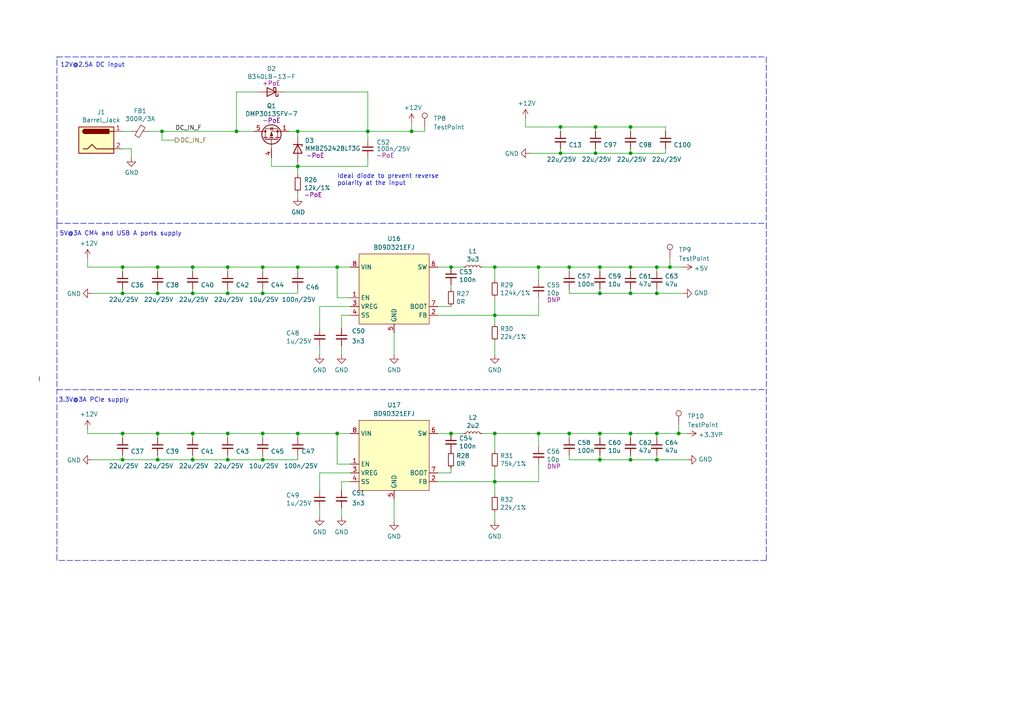
<source format=kicad_sch>
(kicad_sch (version 20210621) (generator eeschema)
  (paper "A4")
  (title_block (title "Power") (date "2021-01-12") (rev "0.1") (company "Nabu Casa") (comment 1 "www.nabucasa.com") (comment 2 "Amber"))
  (lib_symbols
    (symbol "Amber:BD9D321EFJ"
      (property "Reference" "U16" (at 0 13.97 0))
      (property "Value" "BD9D321EFJ" (at 0 11.43 0))
      (symbol "BD9D321EFJ_0_1"
        (rectangle (start -10.16 10.16) (end 10.16 -10.16) (stroke (width 0.1524)) (fill (type background)))
      )
      (symbol "BD9D321EFJ_1_1"
        (pin input line (at -12.7 -2.54 0) (length 2.54) (name "EN") (number "1"))
        (pin passive line (at 12.7 -7.62 180) (length 2.54) (name "FB") (number "2"))
        (pin power_out line (at -12.7 -5.08 0) (length 2.54) (name "VREG") (number "3"))
        (pin input line (at -12.7 -7.62 0) (length 2.54) (name "SS") (number "4"))
        (pin power_in line (at 0 -12.7 90) (length 2.54) (name "GND") (number "5"))
        (pin power_out line (at 12.7 6.35 180) (length 2.54) (name "SW") (number "6"))
        (pin input line (at 12.7 -5.08 180) (length 2.54) (name "BOOT") (number "7"))
        (pin power_in line (at -12.7 6.35 0) (length 2.54) (name "VIN") (number "8"))
        (pin passive line (at 0 -12.7 90) (length 2.54) hide (name "GND") (number "9"))
      )
    )
    (symbol "Connector:Barrel_Jack" (pin_names (offset 1.016))
      (property "Reference" "J" (at 0 5.334 0))
      (property "Value" "Barrel_Jack" (at 0 -5.08 0))
      (symbol "Barrel_Jack_0_1"
        (arc (start -3.302 3.175) (end -3.302 1.905) (radius (at -3.302 2.54) (length 0.635) (angles 90.1 -90.1)) (stroke (width 0.254)))
        (arc (start -3.302 3.175) (end -3.302 1.905) (radius (at -3.302 2.54) (length 0.635) (angles 90.1 -90.1)) (stroke (width 0.254)) (fill (type outline)))
        (rectangle (start 3.683 3.175) (end -3.302 1.905) (stroke (width 0.254)) (fill (type outline)))
        (rectangle (start -5.08 3.81) (end 5.08 -3.81) (stroke (width 0.254)) (fill (type background)))
        (polyline (pts (xy 5.08 2.54) (xy 3.81 2.54)) (stroke (width 0.254)))
        (polyline (pts (xy -3.81 -2.54) (xy -2.54 -2.54) (xy -1.27 -1.27) (xy 0 -2.54) (xy 2.54 -2.54) (xy 5.08 -2.54)) (stroke (width 0.254)))
      )
      (symbol "Barrel_Jack_1_1"
        (pin passive line (at 7.62 2.54 180) (length 2.54) (name "~") (number "1"))
        (pin passive line (at 7.62 -2.54 180) (length 2.54) (name "~") (number "2"))
      )
    )
    (symbol "Connector:TestPoint" (pin_numbers hide) (pin_names (offset 0.762) hide)
      (property "Reference" "TP" (at 0 6.858 0))
      (property "Value" "TestPoint" (at 0 5.08 0))
      (symbol "TestPoint_0_1"
        (circle (center 0 3.302) (radius 0.762))
      )
      (symbol "TestPoint_1_1"
        (pin passive line (at 0 0 90) (length 2.54) (name "1") (number "1"))
      )
    )
    (symbol "Device:C_Small" (pin_numbers hide) (pin_names (offset 0.254) hide)
      (property "Reference" "C" (at 0.254 1.778 0))
      (property "Value" "C_Small" (at 0.254 -2.032 0))
      (symbol "C_Small_0_1"
        (polyline (pts (xy -1.524 -0.508) (xy 1.524 -0.508)) (stroke (width 0.3302)))
        (polyline (pts (xy -1.524 0.508) (xy 1.524 0.508)) (stroke (width 0.3048)))
      )
      (symbol "C_Small_1_1"
        (pin passive line (at 0 2.54 270) (length 2.032) (name "~") (number "1"))
        (pin passive line (at 0 -2.54 90) (length 2.032) (name "~") (number "2"))
      )
    )
    (symbol "Device:D_Schottky" (pin_numbers hide) (pin_names (offset 1.016) hide)
      (property "Reference" "D" (at 0 2.54 0))
      (property "Value" "D_Schottky" (at 0 -2.54 0))
      (symbol "D_Schottky_0_1"
        (polyline (pts (xy 1.27 0) (xy -1.27 0)))
        (polyline (pts (xy 1.27 1.27) (xy 1.27 -1.27) (xy -1.27 0) (xy 1.27 1.27)) (stroke (width 0.254)))
        (polyline (pts (xy -1.905 0.635) (xy -1.905 1.27) (xy -1.27 1.27) (xy -1.27 -1.27) (xy -0.635 -1.27) (xy -0.635 -0.635)) (stroke (width 0.254)))
      )
      (symbol "D_Schottky_1_1"
        (pin passive line (at -3.81 0 0) (length 2.54) (name "K") (number "1"))
        (pin passive line (at 3.81 0 180) (length 2.54) (name "A") (number "2"))
      )
    )
    (symbol "Device:Ferrite_Bead_Small" (pin_numbers hide) (pin_names (offset 0))
      (property "Reference" "FB" (at 1.905 1.27 0))
      (property "Value" "Ferrite_Bead_Small" (at 1.905 -1.27 0))
      (symbol "Ferrite_Bead_Small_0_1"
        (polyline (pts (xy 0 -1.27) (xy 0 -0.7874)))
        (polyline (pts (xy 0 0.889) (xy 0 1.2954)))
        (polyline (pts (xy -1.8288 0.2794) (xy -1.1176 1.4986) (xy 1.8288 -0.2032) (xy 1.1176 -1.4224) (xy -1.8288 0.2794)))
      )
      (symbol "Ferrite_Bead_Small_1_1"
        (pin passive line (at 0 2.54 270) (length 1.27) (name "~") (number "1"))
        (pin passive line (at 0 -2.54 90) (length 1.27) (name "~") (number "2"))
      )
    )
    (symbol "Device:L_Small" (pin_numbers hide) (pin_names (offset 0.254) hide)
      (property "Reference" "L" (at 0.762 1.016 0))
      (property "Value" "L_Small" (at 0.762 -1.016 0))
      (symbol "L_Small_0_1"
        (arc (start 0 -2.032) (end 0 -1.016) (radius (at 0 -1.524) (length 0.508) (angles -89.9 89.9)))
        (arc (start 0 -1.016) (end 0 0) (radius (at 0 -0.508) (length 0.508) (angles -89.9 89.9)))
        (arc (start 0 0) (end 0 1.016) (radius (at 0 0.508) (length 0.508) (angles -89.9 89.9)))
        (arc (start 0 1.016) (end 0 2.032) (radius (at 0 1.524) (length 0.508) (angles -89.9 89.9)))
      )
      (symbol "L_Small_1_1"
        (pin passive line (at 0 2.54 270) (length 0.508) (name "~") (number "1"))
        (pin passive line (at 0 -2.54 90) (length 0.508) (name "~") (number "2"))
      )
    )
    (symbol "Device:R_Small" (pin_numbers hide) (pin_names (offset 0.254) hide)
      (property "Reference" "R" (at 0.762 0.508 0))
      (property "Value" "R_Small" (at 0.762 -1.016 0))
      (symbol "R_Small_0_1"
        (rectangle (start -0.762 1.778) (end 0.762 -1.778) (stroke (width 0.2032)))
      )
      (symbol "R_Small_1_1"
        (pin passive line (at 0 2.54 270) (length 0.762) (name "~") (number "1"))
        (pin passive line (at 0 -2.54 90) (length 0.762) (name "~") (number "2"))
      )
    )
    (symbol "Diode:BZX84Cxx" (pin_numbers hide) (pin_names hide)
      (property "Reference" "D" (at 0 2.54 0))
      (property "Value" "BZX84Cxx" (at 0 -2.54 0))
      (symbol "BZX84Cxx_0_1"
        (polyline (pts (xy 1.27 0) (xy -1.27 0)))
        (polyline (pts (xy -1.27 -1.27) (xy -1.27 1.27) (xy -0.762 1.27)) (stroke (width 0.254)))
        (polyline (pts (xy 1.27 -1.27) (xy 1.27 1.27) (xy -1.27 0) (xy 1.27 -1.27)) (stroke (width 0.254)))
      )
      (symbol "BZX84Cxx_1_1"
        (pin passive line (at -3.81 0 0) (length 2.54) (name "K") (number "1"))
        (pin passive line (at 3.81 0 180) (length 2.54) (name "A") (number "2"))
      )
    )
    (symbol "Transistor_FET:DMP3013SFV" (pin_names hide)
      (property "Reference" "Q" (at 5.08 1.905 0))
      (property "Value" "DMP3013SFV" (at 5.08 0 0))
      (symbol "DMP3013SFV_0_1"
        (circle (center 1.651 0) (radius 2.794) (stroke (width 0.254)))
        (circle (center 2.54 -1.778) (radius 0.254) (fill (type outline)))
        (circle (center 2.54 1.778) (radius 0.254) (fill (type outline)))
        (polyline (pts (xy 0.254 0) (xy -2.54 0)))
        (polyline (pts (xy 0.254 1.905) (xy 0.254 -1.905)) (stroke (width 0.254)))
        (polyline (pts (xy 0.762 -1.27) (xy 0.762 -2.286)) (stroke (width 0.254)))
        (polyline (pts (xy 0.762 0.508) (xy 0.762 -0.508)) (stroke (width 0.254)))
        (polyline (pts (xy 0.762 2.286) (xy 0.762 1.27)) (stroke (width 0.254)))
        (polyline (pts (xy 2.54 2.54) (xy 2.54 1.778)))
        (polyline (pts (xy 2.54 -2.54) (xy 2.54 0) (xy 0.762 0)))
        (polyline (pts (xy 0.762 1.778) (xy 3.302 1.778) (xy 3.302 -1.778) (xy 0.762 -1.778)))
        (polyline (pts (xy 2.794 -0.508) (xy 2.921 -0.381) (xy 3.683 -0.381) (xy 3.81 -0.254)))
        (polyline (pts (xy 3.302 -0.381) (xy 2.921 0.254) (xy 3.683 0.254) (xy 3.302 -0.381)))
        (polyline (pts (xy 2.286 0) (xy 1.27 0.381) (xy 1.27 -0.381) (xy 2.286 0)) (fill (type outline)))
      )
      (symbol "DMP3013SFV_1_1"
        (pin passive line (at 2.54 -5.08 90) (length 2.54) (name "S") (number "1"))
        (pin passive line (at 2.54 -5.08 90) (length 2.54) hide (name "S") (number "2"))
        (pin passive line (at 2.54 -5.08 90) (length 2.54) hide (name "S") (number "3"))
        (pin passive line (at -5.08 0 0) (length 2.54) (name "G") (number "4"))
        (pin passive line (at 2.54 5.08 270) (length 2.54) (name "D") (number "5"))
      )
    )
    (symbol "power:+12V" (power) (pin_names (offset 0))
      (property "Value" "+12V" (at 0 3.556 0))
      (symbol "+12V_0_1"
        (polyline (pts (xy -0.762 1.27) (xy 0 2.54)))
        (polyline (pts (xy 0 0) (xy 0 2.54)))
        (polyline (pts (xy 0 2.54) (xy 0.762 1.27)))
      )
      (symbol "+12V_1_1"
        (pin power_in line (at 0 0 90) (length 0) hide (name "+12V") (number "1"))
      )
    )
    (symbol "power:+3.3VP" (power) (pin_names (offset 0))
      (property "Value" "+3.3VP" (at 0 2.54 0))
      (symbol "+3.3VP_0_0"
        (pin power_in line (at 0 0 90) (length 0) hide (name "+3.3VP") (number "1"))
      )
      (symbol "+3.3VP_0_1"
        (polyline (pts (xy -0.762 1.27) (xy 0 2.54)))
        (polyline (pts (xy 0 0) (xy 0 2.54)))
        (polyline (pts (xy 0 2.54) (xy 0.762 1.27)))
      )
    )
    (symbol "power:+5V" (power) (pin_names (offset 0))
      (property "Value" "+5V" (at 0 3.556 0))
      (symbol "+5V_0_1"
        (polyline (pts (xy -0.762 1.27) (xy 0 2.54)))
        (polyline (pts (xy 0 0) (xy 0 2.54)))
        (polyline (pts (xy 0 2.54) (xy 0.762 1.27)))
      )
      (symbol "+5V_1_1"
        (pin power_in line (at 0 0 90) (length 0) hide (name "+5V") (number "1"))
      )
    )
    (symbol "power:GND" (power) (pin_names (offset 0))
      (property "Value" "GND" (at 0 -3.81 0))
      (symbol "GND_0_1"
        (polyline (pts (xy 0 0) (xy 0 -1.27) (xy 1.27 -1.27) (xy 0 -2.54) (xy -1.27 -1.27) (xy 0 -1.27)))
      )
      (symbol "GND_1_1"
        (pin power_in line (at 0 0 270) (length 0) hide (name "GND") (number "1"))
      )
    )
  )
  (junction (at 35.56 77.47) (diameter 0.9144))
  (junction (at 35.56 85.09) (diameter 0.9144))
  (junction (at 35.56 125.73) (diameter 0.9144))
  (junction (at 35.56 133.35) (diameter 0.9144))
  (junction (at 45.72 77.47) (diameter 0.9144))
  (junction (at 45.72 85.09) (diameter 0.9144))
  (junction (at 45.72 125.73) (diameter 0.9144))
  (junction (at 45.72 133.35) (diameter 0.9144))
  (junction (at 46.99 38.1) (diameter 0.9144))
  (junction (at 55.88 77.47) (diameter 0.9144))
  (junction (at 55.88 85.09) (diameter 0.9144))
  (junction (at 55.88 125.73) (diameter 0.9144))
  (junction (at 55.88 133.35) (diameter 0.9144))
  (junction (at 66.04 77.47) (diameter 0.9144))
  (junction (at 66.04 85.09) (diameter 0.9144))
  (junction (at 66.04 125.73) (diameter 0.9144))
  (junction (at 66.04 133.35) (diameter 0.9144))
  (junction (at 68.58 38.1) (diameter 0.9144))
  (junction (at 76.2 77.47) (diameter 0.9144))
  (junction (at 76.2 85.09) (diameter 0.9144))
  (junction (at 76.2 125.73) (diameter 0.9144))
  (junction (at 76.2 133.35) (diameter 0.9144))
  (junction (at 86.36 38.1) (diameter 0.9144))
  (junction (at 86.36 48.26) (diameter 0.9144))
  (junction (at 86.36 77.47) (diameter 0.9144))
  (junction (at 86.36 125.73) (diameter 0.9144))
  (junction (at 97.79 77.47) (diameter 0.9144))
  (junction (at 97.79 125.73) (diameter 0.9144))
  (junction (at 106.68 38.1) (diameter 0.9144))
  (junction (at 119.38 38.1) (diameter 0.9144))
  (junction (at 130.81 77.47) (diameter 0.9144))
  (junction (at 130.81 125.73) (diameter 0.9144))
  (junction (at 143.51 77.47) (diameter 0.9144))
  (junction (at 143.51 91.44) (diameter 0.9144))
  (junction (at 143.51 125.73) (diameter 0.9144))
  (junction (at 143.51 139.7) (diameter 0.9144))
  (junction (at 156.21 77.47) (diameter 0.9144))
  (junction (at 156.21 125.73) (diameter 0.9144))
  (junction (at 162.56 36.83) (diameter 0.9144))
  (junction (at 162.56 44.45) (diameter 0.9144))
  (junction (at 165.1 77.47) (diameter 0.9144))
  (junction (at 165.1 125.73) (diameter 0.9144))
  (junction (at 172.72 36.83) (diameter 0.9144))
  (junction (at 172.72 44.45) (diameter 0.9144))
  (junction (at 173.99 77.47) (diameter 0.9144))
  (junction (at 173.99 85.09) (diameter 0.9144))
  (junction (at 173.99 125.73) (diameter 0.9144))
  (junction (at 173.99 133.35) (diameter 0.9144))
  (junction (at 182.88 36.83) (diameter 0.9144))
  (junction (at 182.88 44.45) (diameter 0.9144))
  (junction (at 182.88 77.47) (diameter 0.9144))
  (junction (at 182.88 85.09) (diameter 0.9144))
  (junction (at 182.88 125.73) (diameter 0.9144))
  (junction (at 182.88 133.35) (diameter 0.9144))
  (junction (at 190.5 77.47) (diameter 0.9144))
  (junction (at 190.5 85.09) (diameter 0.9144))
  (junction (at 190.5 125.73) (diameter 0.9144))
  (junction (at 190.5 133.35) (diameter 0.9144))
  (junction (at 194.31 77.47) (diameter 0.9144))
  (junction (at 196.85 125.73) (diameter 0.9144))
  (wire (pts (xy 25.4 74.93) (xy 25.4 77.47)))
  (wire (pts (xy 25.4 77.47) (xy 35.56 77.47)))
  (wire (pts (xy 25.4 124.46) (xy 25.4 125.73)))
  (wire (pts (xy 25.4 125.73) (xy 35.56 125.73)))
  (wire (pts (xy 26.67 85.09) (xy 35.56 85.09)))
  (wire (pts (xy 26.67 133.35) (xy 35.56 133.35)))
  (wire (pts (xy 35.56 38.1) (xy 38.1 38.1)))
  (wire (pts (xy 35.56 43.18) (xy 38.1 43.18)))
  (wire (pts (xy 35.56 77.47) (xy 35.56 78.74)))
  (wire (pts (xy 35.56 77.47) (xy 45.72 77.47)))
  (wire (pts (xy 35.56 83.82) (xy 35.56 85.09)))
  (wire (pts (xy 35.56 85.09) (xy 45.72 85.09)))
  (wire (pts (xy 35.56 125.73) (xy 35.56 127)))
  (wire (pts (xy 35.56 125.73) (xy 45.72 125.73)))
  (wire (pts (xy 35.56 132.08) (xy 35.56 133.35)))
  (wire (pts (xy 35.56 133.35) (xy 45.72 133.35)))
  (wire (pts (xy 38.1 43.18) (xy 38.1 45.72)))
  (wire (pts (xy 43.18 38.1) (xy 46.99 38.1)))
  (wire (pts (xy 45.72 77.47) (xy 45.72 78.74)))
  (wire (pts (xy 45.72 77.47) (xy 55.88 77.47)))
  (wire (pts (xy 45.72 83.82) (xy 45.72 85.09)))
  (wire (pts (xy 45.72 85.09) (xy 55.88 85.09)))
  (wire (pts (xy 45.72 125.73) (xy 45.72 127)))
  (wire (pts (xy 45.72 125.73) (xy 55.88 125.73)))
  (wire (pts (xy 45.72 132.08) (xy 45.72 133.35)))
  (wire (pts (xy 45.72 133.35) (xy 55.88 133.35)))
  (wire (pts (xy 46.99 38.1) (xy 68.58 38.1)))
  (wire (pts (xy 46.99 40.64) (xy 46.99 38.1)))
  (wire (pts (xy 50.8 40.64) (xy 46.99 40.64)))
  (wire (pts (xy 55.88 77.47) (xy 55.88 78.74)))
  (wire (pts (xy 55.88 77.47) (xy 66.04 77.47)))
  (wire (pts (xy 55.88 83.82) (xy 55.88 85.09)))
  (wire (pts (xy 55.88 85.09) (xy 66.04 85.09)))
  (wire (pts (xy 55.88 125.73) (xy 55.88 127)))
  (wire (pts (xy 55.88 125.73) (xy 66.04 125.73)))
  (wire (pts (xy 55.88 132.08) (xy 55.88 133.35)))
  (wire (pts (xy 55.88 133.35) (xy 66.04 133.35)))
  (wire (pts (xy 66.04 77.47) (xy 66.04 78.74)))
  (wire (pts (xy 66.04 77.47) (xy 76.2 77.47)))
  (wire (pts (xy 66.04 85.09) (xy 66.04 83.82)))
  (wire (pts (xy 66.04 85.09) (xy 76.2 85.09)))
  (wire (pts (xy 66.04 125.73) (xy 66.04 127)))
  (wire (pts (xy 66.04 125.73) (xy 76.2 125.73)))
  (wire (pts (xy 66.04 132.08) (xy 66.04 133.35)))
  (wire (pts (xy 66.04 133.35) (xy 76.2 133.35)))
  (wire (pts (xy 68.58 26.67) (xy 74.93 26.67)))
  (wire (pts (xy 68.58 38.1) (xy 68.58 26.67)))
  (wire (pts (xy 68.58 38.1) (xy 73.66 38.1)))
  (wire (pts (xy 76.2 77.47) (xy 76.2 78.74)))
  (wire (pts (xy 76.2 77.47) (xy 86.36 77.47)))
  (wire (pts (xy 76.2 83.82) (xy 76.2 85.09)))
  (wire (pts (xy 76.2 85.09) (xy 86.36 85.09)))
  (wire (pts (xy 76.2 125.73) (xy 76.2 127)))
  (wire (pts (xy 76.2 125.73) (xy 86.36 125.73)))
  (wire (pts (xy 76.2 132.08) (xy 76.2 133.35)))
  (wire (pts (xy 76.2 133.35) (xy 86.36 133.35)))
  (wire (pts (xy 78.74 45.72) (xy 78.74 48.26)))
  (wire (pts (xy 78.74 48.26) (xy 86.36 48.26)))
  (wire (pts (xy 82.55 26.67) (xy 106.68 26.67)))
  (wire (pts (xy 83.82 38.1) (xy 86.36 38.1)))
  (wire (pts (xy 86.36 38.1) (xy 86.36 39.37)))
  (wire (pts (xy 86.36 38.1) (xy 106.68 38.1)))
  (wire (pts (xy 86.36 46.99) (xy 86.36 48.26)))
  (wire (pts (xy 86.36 48.26) (xy 86.36 50.8)))
  (wire (pts (xy 86.36 48.26) (xy 106.68 48.26)))
  (wire (pts (xy 86.36 55.88) (xy 86.36 57.15)))
  (wire (pts (xy 86.36 77.47) (xy 86.36 78.74)))
  (wire (pts (xy 86.36 77.47) (xy 97.79 77.47)))
  (wire (pts (xy 86.36 85.09) (xy 86.36 83.82)))
  (wire (pts (xy 86.36 125.73) (xy 86.36 127)))
  (wire (pts (xy 86.36 125.73) (xy 97.79 125.73)))
  (wire (pts (xy 86.36 132.08) (xy 86.36 133.35)))
  (wire (pts (xy 92.71 88.9) (xy 92.71 95.25)))
  (wire (pts (xy 92.71 88.9) (xy 101.6 88.9)))
  (wire (pts (xy 92.71 100.33) (xy 92.71 102.87)))
  (wire (pts (xy 92.71 137.16) (xy 92.71 142.24)))
  (wire (pts (xy 92.71 137.16) (xy 101.6 137.16)))
  (wire (pts (xy 92.71 147.32) (xy 92.71 149.86)))
  (wire (pts (xy 97.79 77.47) (xy 101.6 77.47)))
  (wire (pts (xy 97.79 86.36) (xy 97.79 77.47)))
  (wire (pts (xy 97.79 86.36) (xy 101.6 86.36)))
  (wire (pts (xy 97.79 125.73) (xy 101.6 125.73)))
  (wire (pts (xy 97.79 134.62) (xy 97.79 125.73)))
  (wire (pts (xy 97.79 134.62) (xy 101.6 134.62)))
  (wire (pts (xy 99.06 91.44) (xy 99.06 95.25)))
  (wire (pts (xy 99.06 91.44) (xy 101.6 91.44)))
  (wire (pts (xy 99.06 100.33) (xy 99.06 102.87)))
  (wire (pts (xy 99.06 139.7) (xy 99.06 142.24)))
  (wire (pts (xy 99.06 139.7) (xy 101.6 139.7)))
  (wire (pts (xy 99.06 147.32) (xy 99.06 149.86)))
  (wire (pts (xy 106.68 26.67) (xy 106.68 38.1)))
  (wire (pts (xy 106.68 38.1) (xy 106.68 40.64)))
  (wire (pts (xy 106.68 45.72) (xy 106.68 48.26)))
  (wire (pts (xy 114.3 96.52) (xy 114.3 102.87)))
  (wire (pts (xy 114.3 144.78) (xy 114.3 151.13)))
  (wire (pts (xy 119.38 35.56) (xy 119.38 38.1)))
  (wire (pts (xy 119.38 38.1) (xy 106.68 38.1)))
  (wire (pts (xy 123.19 36.83) (xy 123.19 38.1)))
  (wire (pts (xy 123.19 38.1) (xy 119.38 38.1)))
  (wire (pts (xy 127 77.47) (xy 130.81 77.47)))
  (wire (pts (xy 127 88.9) (xy 130.81 88.9)))
  (wire (pts (xy 127 91.44) (xy 143.51 91.44)))
  (wire (pts (xy 127 125.73) (xy 130.81 125.73)))
  (wire (pts (xy 127 137.16) (xy 130.81 137.16)))
  (wire (pts (xy 127 139.7) (xy 143.51 139.7)))
  (wire (pts (xy 130.81 77.47) (xy 134.62 77.47)))
  (wire (pts (xy 130.81 82.55) (xy 130.81 83.82)))
  (wire (pts (xy 130.81 125.73) (xy 134.62 125.73)))
  (wire (pts (xy 130.81 135.89) (xy 130.81 137.16)))
  (wire (pts (xy 139.7 77.47) (xy 143.51 77.47)))
  (wire (pts (xy 139.7 125.73) (xy 143.51 125.73)))
  (wire (pts (xy 143.51 77.47) (xy 143.51 81.28)))
  (wire (pts (xy 143.51 77.47) (xy 156.21 77.47)))
  (wire (pts (xy 143.51 86.36) (xy 143.51 91.44)))
  (wire (pts (xy 143.51 91.44) (xy 143.51 93.98)))
  (wire (pts (xy 143.51 91.44) (xy 156.21 91.44)))
  (wire (pts (xy 143.51 99.06) (xy 143.51 102.87)))
  (wire (pts (xy 143.51 125.73) (xy 143.51 130.81)))
  (wire (pts (xy 143.51 125.73) (xy 156.21 125.73)))
  (wire (pts (xy 143.51 135.89) (xy 143.51 139.7)))
  (wire (pts (xy 143.51 139.7) (xy 143.51 143.51)))
  (wire (pts (xy 143.51 139.7) (xy 156.21 139.7)))
  (wire (pts (xy 143.51 148.59) (xy 143.51 151.13)))
  (wire (pts (xy 152.4 34.29) (xy 152.4 36.83)))
  (wire (pts (xy 152.4 36.83) (xy 162.56 36.83)))
  (wire (pts (xy 153.67 44.45) (xy 162.56 44.45)))
  (wire (pts (xy 156.21 77.47) (xy 156.21 81.28)))
  (wire (pts (xy 156.21 77.47) (xy 165.1 77.47)))
  (wire (pts (xy 156.21 86.36) (xy 156.21 91.44)))
  (wire (pts (xy 156.21 125.73) (xy 156.21 129.54)))
  (wire (pts (xy 156.21 125.73) (xy 165.1 125.73)))
  (wire (pts (xy 156.21 134.62) (xy 156.21 139.7)))
  (wire (pts (xy 162.56 36.83) (xy 162.56 38.1)))
  (wire (pts (xy 162.56 36.83) (xy 172.72 36.83)))
  (wire (pts (xy 162.56 43.18) (xy 162.56 44.45)))
  (wire (pts (xy 162.56 44.45) (xy 172.72 44.45)))
  (wire (pts (xy 165.1 77.47) (xy 165.1 78.74)))
  (wire (pts (xy 165.1 77.47) (xy 173.99 77.47)))
  (wire (pts (xy 165.1 83.82) (xy 165.1 85.09)))
  (wire (pts (xy 165.1 85.09) (xy 173.99 85.09)))
  (wire (pts (xy 165.1 125.73) (xy 165.1 127)))
  (wire (pts (xy 165.1 125.73) (xy 173.99 125.73)))
  (wire (pts (xy 165.1 132.08) (xy 165.1 133.35)))
  (wire (pts (xy 165.1 133.35) (xy 173.99 133.35)))
  (wire (pts (xy 172.72 36.83) (xy 172.72 38.1)))
  (wire (pts (xy 172.72 36.83) (xy 182.88 36.83)))
  (wire (pts (xy 172.72 43.18) (xy 172.72 44.45)))
  (wire (pts (xy 172.72 44.45) (xy 182.88 44.45)))
  (wire (pts (xy 173.99 77.47) (xy 173.99 78.74)))
  (wire (pts (xy 173.99 77.47) (xy 182.88 77.47)))
  (wire (pts (xy 173.99 83.82) (xy 173.99 85.09)))
  (wire (pts (xy 173.99 85.09) (xy 182.88 85.09)))
  (wire (pts (xy 173.99 125.73) (xy 173.99 127)))
  (wire (pts (xy 173.99 125.73) (xy 182.88 125.73)))
  (wire (pts (xy 173.99 132.08) (xy 173.99 133.35)))
  (wire (pts (xy 173.99 133.35) (xy 182.88 133.35)))
  (wire (pts (xy 182.88 36.83) (xy 182.88 38.1)))
  (wire (pts (xy 182.88 36.83) (xy 193.04 36.83)))
  (wire (pts (xy 182.88 43.18) (xy 182.88 44.45)))
  (wire (pts (xy 182.88 44.45) (xy 193.04 44.45)))
  (wire (pts (xy 182.88 77.47) (xy 182.88 78.74)))
  (wire (pts (xy 182.88 77.47) (xy 190.5 77.47)))
  (wire (pts (xy 182.88 83.82) (xy 182.88 85.09)))
  (wire (pts (xy 182.88 85.09) (xy 190.5 85.09)))
  (wire (pts (xy 182.88 125.73) (xy 182.88 127)))
  (wire (pts (xy 182.88 125.73) (xy 190.5 125.73)))
  (wire (pts (xy 182.88 132.08) (xy 182.88 133.35)))
  (wire (pts (xy 182.88 133.35) (xy 190.5 133.35)))
  (wire (pts (xy 190.5 77.47) (xy 190.5 78.74)))
  (wire (pts (xy 190.5 77.47) (xy 194.31 77.47)))
  (wire (pts (xy 190.5 83.82) (xy 190.5 85.09)))
  (wire (pts (xy 190.5 85.09) (xy 198.12 85.09)))
  (wire (pts (xy 190.5 125.73) (xy 190.5 127)))
  (wire (pts (xy 190.5 125.73) (xy 196.85 125.73)))
  (wire (pts (xy 190.5 132.08) (xy 190.5 133.35)))
  (wire (pts (xy 190.5 133.35) (xy 199.39 133.35)))
  (wire (pts (xy 193.04 36.83) (xy 193.04 38.1)))
  (wire (pts (xy 193.04 44.45) (xy 193.04 43.18)))
  (wire (pts (xy 194.31 74.93) (xy 194.31 77.47)))
  (wire (pts (xy 194.31 77.47) (xy 198.12 77.47)))
  (wire (pts (xy 196.85 123.19) (xy 196.85 125.73)))
  (wire (pts (xy 196.85 125.73) (xy 199.39 125.73)))
  (polyline (pts (xy 11.43 109.22) (xy 11.43 110.49)) (stroke (width 0) (type dash)))
  (polyline (pts (xy 16.51 16.51) (xy 222.25 16.51)) (stroke (width 0) (type dash)))
  (polyline (pts (xy 16.51 64.77) (xy 16.51 16.51)) (stroke (width 0) (type dash)))
  (polyline (pts (xy 16.51 64.77) (xy 16.51 162.56)) (stroke (width 0) (type dash)))
  (polyline (pts (xy 16.51 64.77) (xy 222.25 64.77)) (stroke (width 0) (type dash)))
  (polyline (pts (xy 16.51 113.03) (xy 222.25 113.03)) (stroke (width 0) (type dash)))
  (polyline (pts (xy 222.25 16.51) (xy 222.25 64.77)) (stroke (width 0) (type dash)))
  (polyline (pts (xy 222.25 64.77) (xy 222.25 162.56)) (stroke (width 0) (type dash)))
  (polyline (pts (xy 222.25 162.56) (xy 16.51 162.56)) (stroke (width 0) (type dash)))
  (text "12V@2.5A DC input" (at 36.195 19.685 180) (effects (font (size 1.27 1.27)) (justify right bottom)))
  (text "3.3V@3A PCIe supply" (at 37.465 116.84 180) (effects (font (size 1.27 1.27)) (justify right bottom)))
  (text "5V@3A CM4 and USB A ports supply" (at 52.705 68.58 180) (effects (font (size 1.27 1.27)) (justify right bottom)))
  (text "Ideal diode to prevent reverse\npolarity at the input" (at 97.79 53.975 0) (effects (font (size 1.27 1.27)) (justify left bottom)))
  (label "DC_IN_F" (at 50.8 38.1 0))
  (hierarchical_label "DC_IN_F" (shape output) (at 50.8 40.64 0))
  (symbol (lib_id "power:+12V") (at 25.4 74.93 0) (unit 1)
    (property "Reference" "#PWR095" (effects hide))
    (property "Value" "+12V" (at 25.7683 70.6056 0))
  )
  (symbol (lib_id "power:+12V") (at 25.4 124.46 0) (unit 1)
    (property "Reference" "#PWR096" (effects hide))
    (property "Value" "+12V" (at 25.7683 120.1356 0))
  )
  (symbol (lib_id "power:+12V") (at 119.38 35.56 0) (unit 1)
    (property "Reference" "#PWR0107" (effects hide))
    (property "Value" "+12V" (at 119.7483 31.2356 0))
  )
  (symbol (lib_id "power:+12V") (at 152.4 34.29 0) (unit 1)
    (property "Reference" "#PWR032" (effects hide))
    (property "Value" "+12V" (at 152.7683 29.9656 0))
  )
  (symbol (lib_id "power:+5V") (at 198.12 77.47 270) (unit 1)
    (property "Reference" "#PWR0110" (effects hide))
    (property "Value" "+5V" (at 201.2951 77.8383 90) (effects (justify left)))
  )
  (symbol (lib_id "power:+3.3VP") (at 199.39 125.73 270) (unit 1)
    (property "Reference" "#PWR0112" (effects hide))
    (property "Value" "+3.3VP" (at 202.5651 126.0983 90) (effects (justify left)))
  )
  (symbol (lib_id "Device:L_Small") (at 137.16 77.47 90) (unit 1)
    (property "Reference" "L1" (at 137.16 72.8788 90))
    (property "Value" "3u3" (at 137.16 75.178 90))
    (property "Footprint" "Inductor_SMD:L_Taiyo-Yuden_NR-80xx" (effects hide))
    (property "Manufacturer" "Taiyo Yuden" (effects hide))
    (property "PartNumber" "NRS8030T3R3MJGJ" (effects hide))
  )
  (symbol (lib_id "Device:L_Small") (at 137.16 125.73 90) (unit 1)
    (property "Reference" "L2" (at 137.16 121.1388 90))
    (property "Value" "2u2" (at 137.16 123.438 90))
    (property "Footprint" "Inductor_SMD:L_Taiyo-Yuden_NR-50xx" (effects hide))
    (property "Manufacturer" "Taiyo Yuden" (effects hide))
    (property "PartNumber" "NRS5040T2R2NMGJ" (effects hide))
  )
  (symbol (lib_id "Connector:TestPoint") (at 123.19 36.83 0) (unit 1)
    (property "Reference" "TP8" (at 125.73 34.3534 0) (effects (justify left)))
    (property "Value" "TestPoint" (at 125.73 36.8934 0) (effects (justify left)))
    (property "Footprint" "TestPoint:TestPoint_Pad_D1.0mm" (effects hide))
  )
  (symbol (lib_id "Connector:TestPoint") (at 194.31 74.93 0) (unit 1)
    (property "Reference" "TP9" (at 196.85 72.4534 0) (effects (justify left)))
    (property "Value" "TestPoint" (at 196.85 74.9934 0) (effects (justify left)))
    (property "Footprint" "TestPoint:TestPoint_Pad_D1.0mm" (effects hide))
  )
  (symbol (lib_id "Connector:TestPoint") (at 196.85 123.19 0) (unit 1)
    (property "Reference" "TP10" (at 199.39 120.7134 0) (effects (justify left)))
    (property "Value" "TestPoint" (at 199.39 123.2534 0) (effects (justify left)))
    (property "Footprint" "TestPoint:TestPoint_Pad_D1.0mm" (effects hide))
  )
  (symbol (lib_id "power:GND") (at 26.67 85.09 270) (unit 1)
    (property "Reference" "#PWR097" (effects hide))
    (property "Value" "GND" (at 23.495 85.2043 90) (effects (justify right)))
  )
  (symbol (lib_id "power:GND") (at 26.67 133.35 270) (unit 1)
    (property "Reference" "#PWR098" (effects hide))
    (property "Value" "GND" (at 23.495 133.4643 90) (effects (justify right)))
  )
  (symbol (lib_id "power:GND") (at 38.1 45.72 0) (unit 1)
    (property "Reference" "#PWR099" (effects hide))
    (property "Value" "GND" (at 38.2143 50.0444 0))
  )
  (symbol (lib_id "power:GND") (at 86.36 57.15 0) (unit 1)
    (property "Reference" "#PWR0100" (effects hide))
    (property "Value" "GND" (at 86.487 61.5442 0))
  )
  (symbol (lib_id "power:GND") (at 92.71 102.87 0) (unit 1)
    (property "Reference" "#PWR0101" (effects hide))
    (property "Value" "GND" (at 92.71 107.315 0))
  )
  (symbol (lib_id "power:GND") (at 92.71 149.86 0) (unit 1)
    (property "Reference" "#PWR0102" (effects hide))
    (property "Value" "GND" (at 92.71 154.305 0))
  )
  (symbol (lib_id "power:GND") (at 99.06 102.87 0) (unit 1)
    (property "Reference" "#PWR0103" (effects hide))
    (property "Value" "GND" (at 99.06 107.315 0))
  )
  (symbol (lib_id "power:GND") (at 99.06 149.86 0) (unit 1)
    (property "Reference" "#PWR0104" (effects hide))
    (property "Value" "GND" (at 99.06 154.305 0))
  )
  (symbol (lib_id "power:GND") (at 114.3 102.87 0) (unit 1)
    (property "Reference" "#PWR0105" (effects hide))
    (property "Value" "GND" (at 114.3 107.315 0))
  )
  (symbol (lib_id "power:GND") (at 114.3 151.13 0) (unit 1)
    (property "Reference" "#PWR0106" (effects hide))
    (property "Value" "GND" (at 114.3 155.575 0))
  )
  (symbol (lib_id "power:GND") (at 143.51 102.87 0) (unit 1)
    (property "Reference" "#PWR0108" (effects hide))
    (property "Value" "GND" (at 143.51 107.315 0))
  )
  (symbol (lib_id "power:GND") (at 143.51 151.13 0) (unit 1)
    (property "Reference" "#PWR0109" (effects hide))
    (property "Value" "GND" (at 143.51 155.575 0))
  )
  (symbol (lib_id "power:GND") (at 153.67 44.45 270) (unit 1)
    (property "Reference" "#PWR035" (effects hide))
    (property "Value" "GND" (at 150.495 44.5643 90) (effects (justify right)))
  )
  (symbol (lib_id "power:GND") (at 198.12 85.09 90) (unit 1)
    (property "Reference" "#PWR0111" (effects hide))
    (property "Value" "GND" (at 201.2951 84.9757 90) (effects (justify right)))
  )
  (symbol (lib_id "power:GND") (at 199.39 133.35 90) (unit 1)
    (property "Reference" "#PWR0113" (effects hide))
    (property "Value" "GND" (at 202.5651 133.2357 90) (effects (justify right)))
  )
  (symbol (lib_id "Device:R_Small") (at 86.36 53.34 0) (unit 1)
    (property "Reference" "R26" (at 88.138 52.1716 0) (effects (justify left)))
    (property "Value" "12k/1%" (at 88.138 54.483 0) (effects (justify left)))
    (property "Footprint" "Resistor_SMD:R_0402_1005Metric" (effects hide))
    (property "Config" "-PoE" (at 90.805 56.515 0))
  )
  (symbol (lib_id "Device:R_Small") (at 130.81 86.36 180) (unit 1)
    (property "Reference" "R27" (at 132.3087 85.2106 0) (effects (justify right)))
    (property "Value" "0R" (at 132.309 87.509 0) (effects (justify right)))
    (property "Footprint" "Resistor_SMD:R_0402_1005Metric" (effects hide))
  )
  (symbol (lib_id "Device:R_Small") (at 130.81 133.35 180) (unit 1)
    (property "Reference" "R28" (at 132.3087 132.2006 0) (effects (justify right)))
    (property "Value" "0R" (at 132.309 134.499 0) (effects (justify right)))
    (property "Footprint" "Resistor_SMD:R_0402_1005Metric" (effects hide))
  )
  (symbol (lib_id "Device:R_Small") (at 143.51 83.82 180) (unit 1)
    (property "Reference" "R29" (at 145.0087 82.6706 0) (effects (justify right)))
    (property "Value" "124k/1%" (at 145.009 84.969 0) (effects (justify right)))
    (property "Footprint" "Resistor_SMD:R_0402_1005Metric" (effects hide))
  )
  (symbol (lib_id "Device:R_Small") (at 143.51 96.52 180) (unit 1)
    (property "Reference" "R30" (at 145.0087 95.3706 0) (effects (justify right)))
    (property "Value" "22k/1%" (at 145.009 97.669 0) (effects (justify right)))
    (property "Footprint" "Resistor_SMD:R_0402_1005Metric" (effects hide))
  )
  (symbol (lib_id "Device:R_Small") (at 143.51 133.35 180) (unit 1)
    (property "Reference" "R31" (at 145.0087 132.2006 0) (effects (justify right)))
    (property "Value" "75k/1%" (at 145.009 134.499 0) (effects (justify right)))
    (property "Footprint" "Resistor_SMD:R_0402_1005Metric" (effects hide))
  )
  (symbol (lib_id "Device:R_Small") (at 143.51 146.05 180) (unit 1)
    (property "Reference" "R32" (at 145.0087 144.9006 0) (effects (justify right)))
    (property "Value" "22k/1%" (at 145.009 147.199 0) (effects (justify right)))
    (property "Footprint" "Resistor_SMD:R_0402_1005Metric" (effects hide))
  )
  (symbol (lib_id "Device:C_Small") (at 35.56 81.28 0) (unit 1)
    (property "Reference" "C36" (at 37.8842 82.6706 0) (effects (justify left)))
    (property "Value" "22u/25V" (at 31.534 86.874 0) (effects (justify left)))
    (property "Footprint" "Capacitor_SMD:C_0805_2012Metric" (effects hide))
  )
  (symbol (lib_id "Device:C_Small") (at 35.56 129.54 0) (unit 1)
    (property "Reference" "C37" (at 37.8842 130.9306 0) (effects (justify left)))
    (property "Value" "22u/25V" (at 31.534 135.134 0) (effects (justify left)))
    (property "Footprint" "Capacitor_SMD:C_0805_2012Metric" (effects hide))
  )
  (symbol (lib_id "Device:C_Small") (at 45.72 81.28 0) (unit 1)
    (property "Reference" "C38" (at 48.0442 82.6706 0) (effects (justify left)))
    (property "Value" "22u/25V" (at 41.694 86.874 0) (effects (justify left)))
    (property "Footprint" "Capacitor_SMD:C_0805_2012Metric" (effects hide))
  )
  (symbol (lib_id "Device:C_Small") (at 45.72 129.54 0) (unit 1)
    (property "Reference" "C39" (at 48.0442 130.9306 0) (effects (justify left)))
    (property "Value" "22u/25V" (at 41.694 135.134 0) (effects (justify left)))
    (property "Footprint" "Capacitor_SMD:C_0805_2012Metric" (effects hide))
  )
  (symbol (lib_id "Device:C_Small") (at 55.88 81.28 0) (unit 1)
    (property "Reference" "C40" (at 58.2042 82.6706 0) (effects (justify left)))
    (property "Value" "22u/25V" (at 51.854 86.874 0) (effects (justify left)))
    (property "Footprint" "Capacitor_SMD:C_0805_2012Metric" (effects hide))
  )
  (symbol (lib_id "Device:C_Small") (at 55.88 129.54 0) (unit 1)
    (property "Reference" "C41" (at 58.2042 130.9306 0) (effects (justify left)))
    (property "Value" "22u/25V" (at 51.854 135.134 0) (effects (justify left)))
    (property "Footprint" "Capacitor_SMD:C_0805_2012Metric" (effects hide))
  )
  (symbol (lib_id "Device:C_Small") (at 66.04 81.28 0) (unit 1)
    (property "Reference" "C42" (at 68.3642 82.6706 0) (effects (justify left)))
    (property "Value" "22u/25V" (at 62.014 86.874 0) (effects (justify left)))
    (property "Footprint" "Capacitor_SMD:C_0805_2012Metric" (effects hide))
  )
  (symbol (lib_id "Device:C_Small") (at 66.04 129.54 0) (unit 1)
    (property "Reference" "C43" (at 68.3642 130.9306 0) (effects (justify left)))
    (property "Value" "22u/25V" (at 62.014 135.134 0) (effects (justify left)))
    (property "Footprint" "Capacitor_SMD:C_0805_2012Metric" (effects hide))
  )
  (symbol (lib_id "Device:C_Small") (at 76.2 81.28 0) (unit 1)
    (property "Reference" "C44" (at 78.5242 82.6706 0) (effects (justify left)))
    (property "Value" "10u/25V" (at 72.174 86.874 0) (effects (justify left)))
    (property "Footprint" "Capacitor_SMD:C_0805_2012Metric" (effects hide))
  )
  (symbol (lib_id "Device:C_Small") (at 76.2 129.54 0) (unit 1)
    (property "Reference" "C45" (at 78.5242 130.9306 0) (effects (justify left)))
    (property "Value" "10u/25V" (at 72.174 135.134 0) (effects (justify left)))
    (property "Footprint" "Capacitor_SMD:C_0805_2012Metric" (effects hide))
  )
  (symbol (lib_id "Device:C_Small") (at 86.36 81.28 0) (unit 1)
    (property "Reference" "C46" (at 88.6842 83.3056 0) (effects (justify left)))
    (property "Value" "100n/25V" (at 81.699 86.874 0) (effects (justify left)))
    (property "Footprint" "Capacitor_SMD:C_0402_1005Metric" (effects hide))
  )
  (symbol (lib_id "Device:C_Small") (at 86.36 129.54 0) (unit 1)
    (property "Reference" "C47" (at 87.4142 130.9306 0) (effects (justify left)))
    (property "Value" "100n/25V" (at 82.334 135.134 0) (effects (justify left)))
    (property "Footprint" "Capacitor_SMD:C_0402_1005Metric" (effects hide))
  )
  (symbol (lib_id "Device:C_Small") (at 92.71 97.79 0) (unit 1)
    (property "Reference" "C48" (at 82.9692 96.6406 0) (effects (justify left)))
    (property "Value" "1u/25V" (at 82.969 98.939 0) (effects (justify left)))
    (property "Footprint" "Capacitor_SMD:C_0402_1005Metric" (effects hide))
  )
  (symbol (lib_id "Device:C_Small") (at 92.71 144.78 0) (unit 1)
    (property "Reference" "C49" (at 82.9692 143.6306 0) (effects (justify left)))
    (property "Value" "1u/25V" (at 82.969 145.929 0) (effects (justify left)))
    (property "Footprint" "Capacitor_SMD:C_0402_1005Metric" (effects hide))
  )
  (symbol (lib_id "Device:C_Small") (at 99.06 97.79 0) (unit 1)
    (property "Reference" "C50" (at 102.0192 96.0056 0) (effects (justify left)))
    (property "Value" "3n3" (at 102.019 98.939 0) (effects (justify left)))
    (property "Footprint" "Capacitor_SMD:C_0402_1005Metric" (effects hide))
  )
  (symbol (lib_id "Device:C_Small") (at 99.06 144.78 0) (unit 1)
    (property "Reference" "C51" (at 102.0192 142.9956 0) (effects (justify left)))
    (property "Value" "3n3" (at 102.019 145.929 0) (effects (justify left)))
    (property "Footprint" "Capacitor_SMD:C_0402_1005Metric" (effects hide))
  )
  (symbol (lib_id "Device:C_Small") (at 106.68 43.18 0) (unit 1)
    (property "Reference" "C52" (at 109.22 41.275 0) (effects (justify left)))
    (property "Value" "100n/25V" (at 109.22 43.18 0) (effects (justify left)))
    (property "Footprint" "Capacitor_SMD:C_0402_1005Metric" (effects hide))
    (property "Config" "-PoE" (at 111.76 45.085 0))
  )
  (symbol (lib_id "Device:C_Small") (at 130.81 80.01 0) (unit 1)
    (property "Reference" "C53" (at 133.1342 78.8606 0) (effects (justify left)))
    (property "Value" "100n" (at 133.134 81.159 0) (effects (justify left)))
    (property "Footprint" "Capacitor_SMD:C_0402_1005Metric" (effects hide))
  )
  (symbol (lib_id "Device:C_Small") (at 130.81 128.27 0) (unit 1)
    (property "Reference" "C54" (at 133.1342 127.1206 0) (effects (justify left)))
    (property "Value" "100n" (at 133.134 129.419 0) (effects (justify left)))
    (property "Footprint" "Capacitor_SMD:C_0402_1005Metric" (effects hide))
  )
  (symbol (lib_id "Device:C_Small") (at 156.21 83.82 0) (unit 1)
    (property "Reference" "C55" (at 158.5342 82.6706 0) (effects (justify left)))
    (property "Value" "10p" (at 158.534 84.969 0) (effects (justify left)))
    (property "Footprint" "Capacitor_SMD:C_0402_1005Metric" (effects hide))
    (property "Config" "DNP" (at 160.655 86.995 0))
  )
  (symbol (lib_id "Device:C_Small") (at 156.21 132.08 0) (unit 1)
    (property "Reference" "C56" (at 158.5342 130.9306 0) (effects (justify left)))
    (property "Value" "10p" (at 158.534 133.229 0) (effects (justify left)))
    (property "Footprint" "Capacitor_SMD:C_0402_1005Metric" (effects hide))
    (property "Config" "DNP" (at 160.655 135.255 0))
  )
  (symbol (lib_id "Device:C_Small") (at 162.56 40.64 0) (unit 1)
    (property "Reference" "C13" (at 164.8842 42.0306 0) (effects (justify left)))
    (property "Value" "22u/25V" (at 158.534 46.234 0) (effects (justify left)))
    (property "Footprint" "Capacitor_SMD:C_0805_2012Metric" (effects hide))
  )
  (symbol (lib_id "Device:C_Small") (at 165.1 81.28 0) (unit 1)
    (property "Reference" "C57" (at 167.4242 80.1306 0) (effects (justify left)))
    (property "Value" "100n" (at 167.424 82.429 0) (effects (justify left)))
    (property "Footprint" "Capacitor_SMD:C_0402_1005Metric" (effects hide))
  )
  (symbol (lib_id "Device:C_Small") (at 165.1 129.54 0) (unit 1)
    (property "Reference" "C58" (at 167.4242 128.3906 0) (effects (justify left)))
    (property "Value" "100n" (at 167.424 130.689 0) (effects (justify left)))
    (property "Footprint" "Capacitor_SMD:C_0402_1005Metric" (effects hide))
  )
  (symbol (lib_id "Device:C_Small") (at 172.72 40.64 0) (unit 1)
    (property "Reference" "C97" (at 175.0442 42.0306 0) (effects (justify left)))
    (property "Value" "22u/25V" (at 168.694 46.234 0) (effects (justify left)))
    (property "Footprint" "Capacitor_SMD:C_0805_2012Metric" (effects hide))
  )
  (symbol (lib_id "Device:C_Small") (at 173.99 81.28 0) (unit 1)
    (property "Reference" "C59" (at 176.3142 80.1306 0) (effects (justify left)))
    (property "Value" "10u" (at 176.314 82.429 0) (effects (justify left)))
    (property "Footprint" "Capacitor_SMD:C_0805_2012Metric" (effects hide))
  )
  (symbol (lib_id "Device:C_Small") (at 173.99 129.54 0) (unit 1)
    (property "Reference" "C60" (at 176.3142 128.3906 0) (effects (justify left)))
    (property "Value" "10u" (at 176.314 130.689 0) (effects (justify left)))
    (property "Footprint" "Capacitor_SMD:C_0805_2012Metric" (effects hide))
  )
  (symbol (lib_id "Device:C_Small") (at 182.88 40.64 0) (unit 1)
    (property "Reference" "C98" (at 185.2042 42.0306 0) (effects (justify left)))
    (property "Value" "22u/25V" (at 178.854 46.234 0) (effects (justify left)))
    (property "Footprint" "Capacitor_SMD:C_0805_2012Metric" (effects hide))
  )
  (symbol (lib_id "Device:C_Small") (at 182.88 81.28 0) (unit 1)
    (property "Reference" "C61" (at 185.2042 80.1306 0) (effects (justify left)))
    (property "Value" "47u" (at 185.204 82.429 0) (effects (justify left)))
    (property "Footprint" "Capacitor_SMD:C_0805_2012Metric" (effects hide))
  )
  (symbol (lib_id "Device:C_Small") (at 182.88 129.54 0) (unit 1)
    (property "Reference" "C62" (at 185.2042 128.3906 0) (effects (justify left)))
    (property "Value" "47u" (at 185.204 130.689 0) (effects (justify left)))
    (property "Footprint" "Capacitor_SMD:C_0805_2012Metric" (effects hide))
  )
  (symbol (lib_id "Device:C_Small") (at 190.5 81.28 0) (unit 1)
    (property "Reference" "C63" (at 192.8242 80.1306 0) (effects (justify left)))
    (property "Value" "47u" (at 192.824 82.429 0) (effects (justify left)))
    (property "Footprint" "Capacitor_SMD:C_0805_2012Metric" (effects hide))
  )
  (symbol (lib_id "Device:C_Small") (at 190.5 129.54 0) (unit 1)
    (property "Reference" "C64" (at 192.8242 128.3906 0) (effects (justify left)))
    (property "Value" "47u" (at 192.824 130.689 0) (effects (justify left)))
    (property "Footprint" "Capacitor_SMD:C_0805_2012Metric" (effects hide))
  )
  (symbol (lib_id "Device:C_Small") (at 193.04 40.64 0) (unit 1)
    (property "Reference" "C100" (at 195.3642 42.0306 0) (effects (justify left)))
    (property "Value" "22u/25V" (at 189.014 46.234 0) (effects (justify left)))
    (property "Footprint" "Capacitor_SMD:C_0805_2012Metric" (effects hide))
  )
  (symbol (lib_id "Device:Ferrite_Bead_Small") (at 40.64 38.1 90) (unit 1)
    (property "Reference" "FB1" (at 40.64 32.188 90))
    (property "Value" "300R/3A" (at 40.64 34.4867 90))
    (property "Footprint" "Resistor_SMD:R_0805_2012Metric" (effects hide))
    (property "Manufacturer" "Würth Elektronik" (effects hide))
    (property "PartNumber" "742792031" (effects hide))
  )
  (symbol (lib_id "Device:D_Schottky") (at 78.74 26.67 180) (unit 1)
    (property "Reference" "D2" (at 78.74 19.92 0))
    (property "Value" "B340LB-13-F" (at 78.74 22.2185 0))
    (property "Footprint" "Diode_SMD:D_SMB" (effects hide))
    (property "Datasheet" "https://www.diodes.com/assets/Datasheets/ds30240.pdf" (effects hide))
    (property "Manufacturer" "Diodes Incorporated" (effects hide))
    (property "PartNumber" "B340LB-13-F" (effects hide))
    (property "Config" "+PoE" (at 78.74 24.13 0))
  )
  (symbol (lib_id "Diode:BZX84Cxx") (at 86.36 43.18 270) (unit 1)
    (property "Reference" "D3" (at 88.392 40.767 90) (effects (justify left)))
    (property "Value" "MMBZ5242BLT3G" (at 88.392 43.053 90) (effects (justify left)))
    (property "Footprint" "Diode_SMD:D_SOT-23_ANK" (effects hide))
    (property "Datasheet" "https://diotec.com/tl_files/diotec/files/pdf/datasheets/bzx84c2v4.pdf" (effects hide))
    (property "Manufacturer" "ON Semiconductor" (effects hide))
    (property "PartNumber" "MMBZ5242BLT3G" (effects hide))
    (property "Config" "-PoE" (at 91.44 45.085 90))
  )
  (symbol (lib_id "Connector:Barrel_Jack") (at 27.94 40.64 0) (unit 1)
    (property "Reference" "J1" (at 29.337 32.5182 0))
    (property "Value" "Barrel_Jack" (at 29.337 34.8169 0))
    (property "Footprint" "Amber:BarrelJack_CUI_PJ-002A" (effects hide))
    (property "Manufacturer" "CUI Devices" (effects hide))
    (property "PartNumber" "PJ-002A" (effects hide))
  )
  (symbol (lib_id "Transistor_FET:DMP3013SFV") (at 78.74 40.64 90) (unit 1)
    (property "Reference" "Q1" (at 78.74 30.7086 90))
    (property "Value" "DMP3013SFV-7" (at 78.74 33.02 90))
    (property "Footprint" "Package_SON:Diodes_PowerDI3333-8" (effects hide))
    (property "Datasheet" "https://www.diodes.com/assets/Datasheets/DMP3013SFV.pdf" (effects hide))
    (property "Manufacturer" "Diodes Incorporated" (effects hide))
    (property "PartNumber" "DMP3013SFV-7" (effects hide))
    (property "Config" "-PoE" (at 78.74 34.925 90))
  )
  (symbol (lib_id "Amber:BD9D321EFJ") (at 114.3 83.82 0) (unit 1)
    (property "Reference" "U16" (at 114.3 69.215 0))
    (property "Value" "BD9D321EFJ" (at 114.3 71.755 0))
    (property "Footprint" "Package_SO:HTSOP-8-1EP_3.9x4.9mm_P1.27mm_EP2.4x3.2mm_ThermalVias" (effects hide))
    (property "Datasheet" "https://fscdn.rohm.com/en/products/databook/datasheet/ic/power/switching_regulator/bd9d321efj-e.pdf" (effects hide))
    (property "Manufacturer" "Rohm" (effects hide))
    (property "PartNumber" "BD9D321EFJ" (effects hide))
  )
  (symbol (lib_id "Amber:BD9D321EFJ") (at 114.3 132.08 0) (unit 1)
    (property "Reference" "U17" (at 114.3 117.475 0))
    (property "Value" "BD9D321EFJ" (at 114.3 120.015 0))
    (property "Footprint" "Package_SO:HTSOP-8-1EP_3.9x4.9mm_P1.27mm_EP2.4x3.2mm_ThermalVias" (effects hide))
    (property "Datasheet" "https://fscdn.rohm.com/en/products/databook/datasheet/ic/power/switching_regulator/bd9d321efj-e.pdf" (effects hide))
    (property "Manufacturer" "Rohm" (effects hide))
    (property "PartNumber" "BD9D321EFJ" (effects hide))
  )
)
</source>
